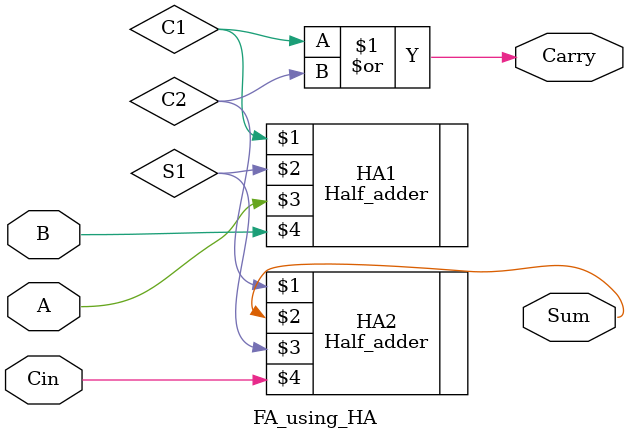
<source format=v>

`timescale 1ns / 1ps                            // Compilation/Simulation directive

module FA_using_HA(Carry, Sum, Cin, A, B);

// declearing inputs and outputs
input A, B, Cin;
output Carry, Sum;

wire S1, C1, C2;

// logic (instantiation statemnet)
Half_adder HA1(C1, S1, A, B);
Half_adder HA2(C2, Sum, S1, Cin);
or(Carry, C1, C2);

endmodule



/*
module TB();

reg A, B, Cin;
wire Carry, Sum;

// Initial construct
initial
begin
    
        #00 Cin=0; A=0; B=0;               // #00 shows time. it means this condition will run at 0 sec.
        #10 Cin=1; A=1; B=1;               // this condition will run at 10 sec.
        #10 Cin=0; A=1; B=0;               // this condition will run at 20 sec.
        #10 Cin=1; A=0; B=1;               // this condition will run at 30 sec.
        #10 $stop;

end

// Instantiation
FA_using_HA FA1(Carry, Sum, A, B, Cin);

endmodule
*/

</source>
